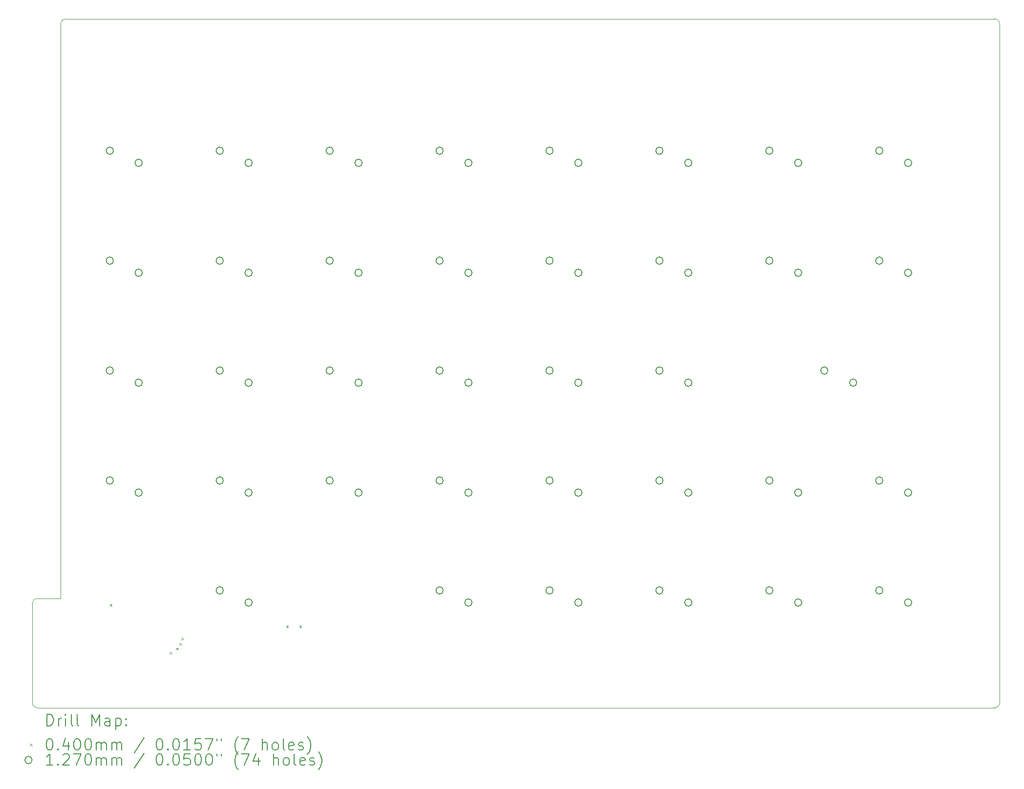
<source format=gbr>
%TF.GenerationSoftware,KiCad,Pcbnew,(6.0.10)*%
%TF.CreationDate,2023-02-02T17:50:39-08:00*%
%TF.ProjectId,netrazr_rev2-Right,6e657472-617a-4725-9f72-6576322d5269,2*%
%TF.SameCoordinates,Original*%
%TF.FileFunction,Drillmap*%
%TF.FilePolarity,Positive*%
%FSLAX45Y45*%
G04 Gerber Fmt 4.5, Leading zero omitted, Abs format (unit mm)*
G04 Created by KiCad (PCBNEW (6.0.10)) date 2023-02-02 17:50:39*
%MOMM*%
%LPD*%
G01*
G04 APERTURE LIST*
%ADD10C,0.050000*%
%ADD11C,0.200000*%
%ADD12C,0.040000*%
%ADD13C,0.127000*%
G04 APERTURE END LIST*
D10*
X21666200Y-15985700D02*
X22072600Y-15985700D01*
X38344000Y-6028900D02*
G75*
G03*
X38255100Y-5940000I-88900J0D01*
G01*
X38255100Y-17878000D02*
G75*
G03*
X38344000Y-17789100I0J88900D01*
G01*
X21666200Y-15985700D02*
G75*
G03*
X21577300Y-16074600I0J-88900D01*
G01*
X38344000Y-17789100D02*
X38344000Y-6028900D01*
X21577300Y-16074600D02*
X21580000Y-17789100D01*
X22072600Y-15985700D02*
X22072600Y-6028900D01*
X21668900Y-17878000D02*
X38255100Y-17878000D01*
X38255100Y-5940000D02*
X22161500Y-5940000D01*
X22161500Y-5940000D02*
G75*
G03*
X22072600Y-6028900I0J-88900D01*
G01*
X21580000Y-17789100D02*
G75*
G03*
X21668900Y-17878000I88900J0D01*
G01*
D11*
D12*
X22920000Y-16080000D02*
X22960000Y-16120000D01*
X22960000Y-16080000D02*
X22920000Y-16120000D01*
X23958248Y-16909605D02*
X23998248Y-16949605D01*
X23998248Y-16909605D02*
X23958248Y-16949605D01*
X24068562Y-16837950D02*
X24108562Y-16877950D01*
X24108562Y-16837950D02*
X24068562Y-16877950D01*
X24126067Y-16756200D02*
X24166067Y-16796200D01*
X24166067Y-16756200D02*
X24126067Y-16796200D01*
X24162618Y-16663172D02*
X24202618Y-16703172D01*
X24202618Y-16663172D02*
X24162618Y-16703172D01*
X25976450Y-16451900D02*
X26016450Y-16491900D01*
X26016450Y-16451900D02*
X25976450Y-16491900D01*
X26205500Y-16451900D02*
X26245500Y-16491900D01*
X26245500Y-16451900D02*
X26205500Y-16491900D01*
D13*
X22985000Y-8225000D02*
G75*
G03*
X22985000Y-8225000I-63500J0D01*
G01*
X22985000Y-10130000D02*
G75*
G03*
X22985000Y-10130000I-63500J0D01*
G01*
X22985000Y-12035000D02*
G75*
G03*
X22985000Y-12035000I-63500J0D01*
G01*
X22985000Y-13940000D02*
G75*
G03*
X22985000Y-13940000I-63500J0D01*
G01*
X23485000Y-8435000D02*
G75*
G03*
X23485000Y-8435000I-63500J0D01*
G01*
X23485000Y-10340000D02*
G75*
G03*
X23485000Y-10340000I-63500J0D01*
G01*
X23485000Y-12245000D02*
G75*
G03*
X23485000Y-12245000I-63500J0D01*
G01*
X23485000Y-14150000D02*
G75*
G03*
X23485000Y-14150000I-63500J0D01*
G01*
X24890000Y-8225000D02*
G75*
G03*
X24890000Y-8225000I-63500J0D01*
G01*
X24890000Y-10130000D02*
G75*
G03*
X24890000Y-10130000I-63500J0D01*
G01*
X24890000Y-12035000D02*
G75*
G03*
X24890000Y-12035000I-63500J0D01*
G01*
X24890000Y-13940000D02*
G75*
G03*
X24890000Y-13940000I-63500J0D01*
G01*
X24890000Y-15845000D02*
G75*
G03*
X24890000Y-15845000I-63500J0D01*
G01*
X25390000Y-8435000D02*
G75*
G03*
X25390000Y-8435000I-63500J0D01*
G01*
X25390000Y-10340000D02*
G75*
G03*
X25390000Y-10340000I-63500J0D01*
G01*
X25390000Y-12245000D02*
G75*
G03*
X25390000Y-12245000I-63500J0D01*
G01*
X25390000Y-14150000D02*
G75*
G03*
X25390000Y-14150000I-63500J0D01*
G01*
X25390000Y-16055000D02*
G75*
G03*
X25390000Y-16055000I-63500J0D01*
G01*
X26795000Y-8225000D02*
G75*
G03*
X26795000Y-8225000I-63500J0D01*
G01*
X26795000Y-10130000D02*
G75*
G03*
X26795000Y-10130000I-63500J0D01*
G01*
X26795000Y-12035000D02*
G75*
G03*
X26795000Y-12035000I-63500J0D01*
G01*
X26795000Y-13940000D02*
G75*
G03*
X26795000Y-13940000I-63500J0D01*
G01*
X27295000Y-8435000D02*
G75*
G03*
X27295000Y-8435000I-63500J0D01*
G01*
X27295000Y-10340000D02*
G75*
G03*
X27295000Y-10340000I-63500J0D01*
G01*
X27295000Y-12245000D02*
G75*
G03*
X27295000Y-12245000I-63500J0D01*
G01*
X27295000Y-14150000D02*
G75*
G03*
X27295000Y-14150000I-63500J0D01*
G01*
X28700000Y-8225000D02*
G75*
G03*
X28700000Y-8225000I-63500J0D01*
G01*
X28700000Y-10130000D02*
G75*
G03*
X28700000Y-10130000I-63500J0D01*
G01*
X28700000Y-12035000D02*
G75*
G03*
X28700000Y-12035000I-63500J0D01*
G01*
X28700000Y-13940000D02*
G75*
G03*
X28700000Y-13940000I-63500J0D01*
G01*
X28700000Y-15845000D02*
G75*
G03*
X28700000Y-15845000I-63500J0D01*
G01*
X29200000Y-8435000D02*
G75*
G03*
X29200000Y-8435000I-63500J0D01*
G01*
X29200000Y-10340000D02*
G75*
G03*
X29200000Y-10340000I-63500J0D01*
G01*
X29200000Y-12245000D02*
G75*
G03*
X29200000Y-12245000I-63500J0D01*
G01*
X29200000Y-14150000D02*
G75*
G03*
X29200000Y-14150000I-63500J0D01*
G01*
X29200000Y-16055000D02*
G75*
G03*
X29200000Y-16055000I-63500J0D01*
G01*
X30605000Y-8225000D02*
G75*
G03*
X30605000Y-8225000I-63500J0D01*
G01*
X30605000Y-10130000D02*
G75*
G03*
X30605000Y-10130000I-63500J0D01*
G01*
X30605000Y-12035000D02*
G75*
G03*
X30605000Y-12035000I-63500J0D01*
G01*
X30605000Y-13940000D02*
G75*
G03*
X30605000Y-13940000I-63500J0D01*
G01*
X30605000Y-15845000D02*
G75*
G03*
X30605000Y-15845000I-63500J0D01*
G01*
X31105000Y-8435000D02*
G75*
G03*
X31105000Y-8435000I-63500J0D01*
G01*
X31105000Y-10340000D02*
G75*
G03*
X31105000Y-10340000I-63500J0D01*
G01*
X31105000Y-12245000D02*
G75*
G03*
X31105000Y-12245000I-63500J0D01*
G01*
X31105000Y-14150000D02*
G75*
G03*
X31105000Y-14150000I-63500J0D01*
G01*
X31105000Y-16055000D02*
G75*
G03*
X31105000Y-16055000I-63500J0D01*
G01*
X32510000Y-8225000D02*
G75*
G03*
X32510000Y-8225000I-63500J0D01*
G01*
X32510000Y-10130000D02*
G75*
G03*
X32510000Y-10130000I-63500J0D01*
G01*
X32510000Y-12035000D02*
G75*
G03*
X32510000Y-12035000I-63500J0D01*
G01*
X32510000Y-13940000D02*
G75*
G03*
X32510000Y-13940000I-63500J0D01*
G01*
X32510000Y-15845000D02*
G75*
G03*
X32510000Y-15845000I-63500J0D01*
G01*
X33010000Y-8435000D02*
G75*
G03*
X33010000Y-8435000I-63500J0D01*
G01*
X33010000Y-10340000D02*
G75*
G03*
X33010000Y-10340000I-63500J0D01*
G01*
X33010000Y-12245000D02*
G75*
G03*
X33010000Y-12245000I-63500J0D01*
G01*
X33010000Y-14150000D02*
G75*
G03*
X33010000Y-14150000I-63500J0D01*
G01*
X33010000Y-16055000D02*
G75*
G03*
X33010000Y-16055000I-63500J0D01*
G01*
X34415000Y-8225000D02*
G75*
G03*
X34415000Y-8225000I-63500J0D01*
G01*
X34415000Y-10130000D02*
G75*
G03*
X34415000Y-10130000I-63500J0D01*
G01*
X34415000Y-13940000D02*
G75*
G03*
X34415000Y-13940000I-63500J0D01*
G01*
X34415000Y-15845000D02*
G75*
G03*
X34415000Y-15845000I-63500J0D01*
G01*
X34915000Y-8435000D02*
G75*
G03*
X34915000Y-8435000I-63500J0D01*
G01*
X34915000Y-10340000D02*
G75*
G03*
X34915000Y-10340000I-63500J0D01*
G01*
X34915000Y-14150000D02*
G75*
G03*
X34915000Y-14150000I-63500J0D01*
G01*
X34915000Y-16055000D02*
G75*
G03*
X34915000Y-16055000I-63500J0D01*
G01*
X35367500Y-12035000D02*
G75*
G03*
X35367500Y-12035000I-63500J0D01*
G01*
X35867500Y-12245000D02*
G75*
G03*
X35867500Y-12245000I-63500J0D01*
G01*
X36320000Y-8225000D02*
G75*
G03*
X36320000Y-8225000I-63500J0D01*
G01*
X36320000Y-10130000D02*
G75*
G03*
X36320000Y-10130000I-63500J0D01*
G01*
X36320000Y-13940000D02*
G75*
G03*
X36320000Y-13940000I-63500J0D01*
G01*
X36320000Y-15845000D02*
G75*
G03*
X36320000Y-15845000I-63500J0D01*
G01*
X36820000Y-8435000D02*
G75*
G03*
X36820000Y-8435000I-63500J0D01*
G01*
X36820000Y-10340000D02*
G75*
G03*
X36820000Y-10340000I-63500J0D01*
G01*
X36820000Y-14150000D02*
G75*
G03*
X36820000Y-14150000I-63500J0D01*
G01*
X36820000Y-16055000D02*
G75*
G03*
X36820000Y-16055000I-63500J0D01*
G01*
D11*
X21832419Y-18190976D02*
X21832419Y-17990976D01*
X21880038Y-17990976D01*
X21908610Y-18000500D01*
X21927657Y-18019548D01*
X21937181Y-18038595D01*
X21946705Y-18076690D01*
X21946705Y-18105262D01*
X21937181Y-18143357D01*
X21927657Y-18162405D01*
X21908610Y-18181452D01*
X21880038Y-18190976D01*
X21832419Y-18190976D01*
X22032419Y-18190976D02*
X22032419Y-18057643D01*
X22032419Y-18095738D02*
X22041943Y-18076690D01*
X22051467Y-18067167D01*
X22070514Y-18057643D01*
X22089562Y-18057643D01*
X22156229Y-18190976D02*
X22156229Y-18057643D01*
X22156229Y-17990976D02*
X22146705Y-18000500D01*
X22156229Y-18010024D01*
X22165752Y-18000500D01*
X22156229Y-17990976D01*
X22156229Y-18010024D01*
X22280038Y-18190976D02*
X22260990Y-18181452D01*
X22251467Y-18162405D01*
X22251467Y-17990976D01*
X22384800Y-18190976D02*
X22365752Y-18181452D01*
X22356229Y-18162405D01*
X22356229Y-17990976D01*
X22613371Y-18190976D02*
X22613371Y-17990976D01*
X22680038Y-18133833D01*
X22746705Y-17990976D01*
X22746705Y-18190976D01*
X22927657Y-18190976D02*
X22927657Y-18086214D01*
X22918133Y-18067167D01*
X22899086Y-18057643D01*
X22860990Y-18057643D01*
X22841943Y-18067167D01*
X22927657Y-18181452D02*
X22908609Y-18190976D01*
X22860990Y-18190976D01*
X22841943Y-18181452D01*
X22832419Y-18162405D01*
X22832419Y-18143357D01*
X22841943Y-18124310D01*
X22860990Y-18114786D01*
X22908609Y-18114786D01*
X22927657Y-18105262D01*
X23022895Y-18057643D02*
X23022895Y-18257643D01*
X23022895Y-18067167D02*
X23041943Y-18057643D01*
X23080038Y-18057643D01*
X23099086Y-18067167D01*
X23108609Y-18076690D01*
X23118133Y-18095738D01*
X23118133Y-18152881D01*
X23108609Y-18171929D01*
X23099086Y-18181452D01*
X23080038Y-18190976D01*
X23041943Y-18190976D01*
X23022895Y-18181452D01*
X23203848Y-18171929D02*
X23213371Y-18181452D01*
X23203848Y-18190976D01*
X23194324Y-18181452D01*
X23203848Y-18171929D01*
X23203848Y-18190976D01*
X23203848Y-18067167D02*
X23213371Y-18076690D01*
X23203848Y-18086214D01*
X23194324Y-18076690D01*
X23203848Y-18067167D01*
X23203848Y-18086214D01*
D12*
X21534800Y-18500500D02*
X21574800Y-18540500D01*
X21574800Y-18500500D02*
X21534800Y-18540500D01*
D11*
X21870514Y-18410976D02*
X21889562Y-18410976D01*
X21908610Y-18420500D01*
X21918133Y-18430024D01*
X21927657Y-18449071D01*
X21937181Y-18487167D01*
X21937181Y-18534786D01*
X21927657Y-18572881D01*
X21918133Y-18591929D01*
X21908610Y-18601452D01*
X21889562Y-18610976D01*
X21870514Y-18610976D01*
X21851467Y-18601452D01*
X21841943Y-18591929D01*
X21832419Y-18572881D01*
X21822895Y-18534786D01*
X21822895Y-18487167D01*
X21832419Y-18449071D01*
X21841943Y-18430024D01*
X21851467Y-18420500D01*
X21870514Y-18410976D01*
X22022895Y-18591929D02*
X22032419Y-18601452D01*
X22022895Y-18610976D01*
X22013371Y-18601452D01*
X22022895Y-18591929D01*
X22022895Y-18610976D01*
X22203848Y-18477643D02*
X22203848Y-18610976D01*
X22156229Y-18401452D02*
X22108610Y-18544310D01*
X22232419Y-18544310D01*
X22346705Y-18410976D02*
X22365752Y-18410976D01*
X22384800Y-18420500D01*
X22394324Y-18430024D01*
X22403848Y-18449071D01*
X22413371Y-18487167D01*
X22413371Y-18534786D01*
X22403848Y-18572881D01*
X22394324Y-18591929D01*
X22384800Y-18601452D01*
X22365752Y-18610976D01*
X22346705Y-18610976D01*
X22327657Y-18601452D01*
X22318133Y-18591929D01*
X22308610Y-18572881D01*
X22299086Y-18534786D01*
X22299086Y-18487167D01*
X22308610Y-18449071D01*
X22318133Y-18430024D01*
X22327657Y-18420500D01*
X22346705Y-18410976D01*
X22537181Y-18410976D02*
X22556228Y-18410976D01*
X22575276Y-18420500D01*
X22584800Y-18430024D01*
X22594324Y-18449071D01*
X22603848Y-18487167D01*
X22603848Y-18534786D01*
X22594324Y-18572881D01*
X22584800Y-18591929D01*
X22575276Y-18601452D01*
X22556228Y-18610976D01*
X22537181Y-18610976D01*
X22518133Y-18601452D01*
X22508609Y-18591929D01*
X22499086Y-18572881D01*
X22489562Y-18534786D01*
X22489562Y-18487167D01*
X22499086Y-18449071D01*
X22508609Y-18430024D01*
X22518133Y-18420500D01*
X22537181Y-18410976D01*
X22689562Y-18610976D02*
X22689562Y-18477643D01*
X22689562Y-18496690D02*
X22699086Y-18487167D01*
X22718133Y-18477643D01*
X22746705Y-18477643D01*
X22765752Y-18487167D01*
X22775276Y-18506214D01*
X22775276Y-18610976D01*
X22775276Y-18506214D02*
X22784800Y-18487167D01*
X22803848Y-18477643D01*
X22832419Y-18477643D01*
X22851467Y-18487167D01*
X22860990Y-18506214D01*
X22860990Y-18610976D01*
X22956228Y-18610976D02*
X22956228Y-18477643D01*
X22956228Y-18496690D02*
X22965752Y-18487167D01*
X22984800Y-18477643D01*
X23013371Y-18477643D01*
X23032419Y-18487167D01*
X23041943Y-18506214D01*
X23041943Y-18610976D01*
X23041943Y-18506214D02*
X23051467Y-18487167D01*
X23070514Y-18477643D01*
X23099086Y-18477643D01*
X23118133Y-18487167D01*
X23127657Y-18506214D01*
X23127657Y-18610976D01*
X23518133Y-18401452D02*
X23346705Y-18658595D01*
X23775276Y-18410976D02*
X23794324Y-18410976D01*
X23813371Y-18420500D01*
X23822895Y-18430024D01*
X23832419Y-18449071D01*
X23841943Y-18487167D01*
X23841943Y-18534786D01*
X23832419Y-18572881D01*
X23822895Y-18591929D01*
X23813371Y-18601452D01*
X23794324Y-18610976D01*
X23775276Y-18610976D01*
X23756228Y-18601452D01*
X23746705Y-18591929D01*
X23737181Y-18572881D01*
X23727657Y-18534786D01*
X23727657Y-18487167D01*
X23737181Y-18449071D01*
X23746705Y-18430024D01*
X23756228Y-18420500D01*
X23775276Y-18410976D01*
X23927657Y-18591929D02*
X23937181Y-18601452D01*
X23927657Y-18610976D01*
X23918133Y-18601452D01*
X23927657Y-18591929D01*
X23927657Y-18610976D01*
X24060990Y-18410976D02*
X24080038Y-18410976D01*
X24099086Y-18420500D01*
X24108609Y-18430024D01*
X24118133Y-18449071D01*
X24127657Y-18487167D01*
X24127657Y-18534786D01*
X24118133Y-18572881D01*
X24108609Y-18591929D01*
X24099086Y-18601452D01*
X24080038Y-18610976D01*
X24060990Y-18610976D01*
X24041943Y-18601452D01*
X24032419Y-18591929D01*
X24022895Y-18572881D01*
X24013371Y-18534786D01*
X24013371Y-18487167D01*
X24022895Y-18449071D01*
X24032419Y-18430024D01*
X24041943Y-18420500D01*
X24060990Y-18410976D01*
X24318133Y-18610976D02*
X24203848Y-18610976D01*
X24260990Y-18610976D02*
X24260990Y-18410976D01*
X24241943Y-18439548D01*
X24222895Y-18458595D01*
X24203848Y-18468119D01*
X24499086Y-18410976D02*
X24403848Y-18410976D01*
X24394324Y-18506214D01*
X24403848Y-18496690D01*
X24422895Y-18487167D01*
X24470514Y-18487167D01*
X24489562Y-18496690D01*
X24499086Y-18506214D01*
X24508609Y-18525262D01*
X24508609Y-18572881D01*
X24499086Y-18591929D01*
X24489562Y-18601452D01*
X24470514Y-18610976D01*
X24422895Y-18610976D01*
X24403848Y-18601452D01*
X24394324Y-18591929D01*
X24575276Y-18410976D02*
X24708609Y-18410976D01*
X24622895Y-18610976D01*
X24775276Y-18410976D02*
X24775276Y-18449071D01*
X24851467Y-18410976D02*
X24851467Y-18449071D01*
X25146705Y-18687167D02*
X25137181Y-18677643D01*
X25118133Y-18649071D01*
X25108609Y-18630024D01*
X25099086Y-18601452D01*
X25089562Y-18553833D01*
X25089562Y-18515738D01*
X25099086Y-18468119D01*
X25108609Y-18439548D01*
X25118133Y-18420500D01*
X25137181Y-18391929D01*
X25146705Y-18382405D01*
X25203848Y-18410976D02*
X25337181Y-18410976D01*
X25251467Y-18610976D01*
X25565752Y-18610976D02*
X25565752Y-18410976D01*
X25651467Y-18610976D02*
X25651467Y-18506214D01*
X25641943Y-18487167D01*
X25622895Y-18477643D01*
X25594324Y-18477643D01*
X25575276Y-18487167D01*
X25565752Y-18496690D01*
X25775276Y-18610976D02*
X25756228Y-18601452D01*
X25746705Y-18591929D01*
X25737181Y-18572881D01*
X25737181Y-18515738D01*
X25746705Y-18496690D01*
X25756228Y-18487167D01*
X25775276Y-18477643D01*
X25803848Y-18477643D01*
X25822895Y-18487167D01*
X25832419Y-18496690D01*
X25841943Y-18515738D01*
X25841943Y-18572881D01*
X25832419Y-18591929D01*
X25822895Y-18601452D01*
X25803848Y-18610976D01*
X25775276Y-18610976D01*
X25956228Y-18610976D02*
X25937181Y-18601452D01*
X25927657Y-18582405D01*
X25927657Y-18410976D01*
X26108609Y-18601452D02*
X26089562Y-18610976D01*
X26051467Y-18610976D01*
X26032419Y-18601452D01*
X26022895Y-18582405D01*
X26022895Y-18506214D01*
X26032419Y-18487167D01*
X26051467Y-18477643D01*
X26089562Y-18477643D01*
X26108609Y-18487167D01*
X26118133Y-18506214D01*
X26118133Y-18525262D01*
X26022895Y-18544310D01*
X26194324Y-18601452D02*
X26213371Y-18610976D01*
X26251467Y-18610976D01*
X26270514Y-18601452D01*
X26280038Y-18582405D01*
X26280038Y-18572881D01*
X26270514Y-18553833D01*
X26251467Y-18544310D01*
X26222895Y-18544310D01*
X26203848Y-18534786D01*
X26194324Y-18515738D01*
X26194324Y-18506214D01*
X26203848Y-18487167D01*
X26222895Y-18477643D01*
X26251467Y-18477643D01*
X26270514Y-18487167D01*
X26346705Y-18687167D02*
X26356228Y-18677643D01*
X26375276Y-18649071D01*
X26384800Y-18630024D01*
X26394324Y-18601452D01*
X26403848Y-18553833D01*
X26403848Y-18515738D01*
X26394324Y-18468119D01*
X26384800Y-18439548D01*
X26375276Y-18420500D01*
X26356228Y-18391929D01*
X26346705Y-18382405D01*
D13*
X21574800Y-18784500D02*
G75*
G03*
X21574800Y-18784500I-63500J0D01*
G01*
D11*
X21937181Y-18874976D02*
X21822895Y-18874976D01*
X21880038Y-18874976D02*
X21880038Y-18674976D01*
X21860990Y-18703548D01*
X21841943Y-18722595D01*
X21822895Y-18732119D01*
X22022895Y-18855929D02*
X22032419Y-18865452D01*
X22022895Y-18874976D01*
X22013371Y-18865452D01*
X22022895Y-18855929D01*
X22022895Y-18874976D01*
X22108610Y-18694024D02*
X22118133Y-18684500D01*
X22137181Y-18674976D01*
X22184800Y-18674976D01*
X22203848Y-18684500D01*
X22213371Y-18694024D01*
X22222895Y-18713071D01*
X22222895Y-18732119D01*
X22213371Y-18760690D01*
X22099086Y-18874976D01*
X22222895Y-18874976D01*
X22289562Y-18674976D02*
X22422895Y-18674976D01*
X22337181Y-18874976D01*
X22537181Y-18674976D02*
X22556228Y-18674976D01*
X22575276Y-18684500D01*
X22584800Y-18694024D01*
X22594324Y-18713071D01*
X22603848Y-18751167D01*
X22603848Y-18798786D01*
X22594324Y-18836881D01*
X22584800Y-18855929D01*
X22575276Y-18865452D01*
X22556228Y-18874976D01*
X22537181Y-18874976D01*
X22518133Y-18865452D01*
X22508609Y-18855929D01*
X22499086Y-18836881D01*
X22489562Y-18798786D01*
X22489562Y-18751167D01*
X22499086Y-18713071D01*
X22508609Y-18694024D01*
X22518133Y-18684500D01*
X22537181Y-18674976D01*
X22689562Y-18874976D02*
X22689562Y-18741643D01*
X22689562Y-18760690D02*
X22699086Y-18751167D01*
X22718133Y-18741643D01*
X22746705Y-18741643D01*
X22765752Y-18751167D01*
X22775276Y-18770214D01*
X22775276Y-18874976D01*
X22775276Y-18770214D02*
X22784800Y-18751167D01*
X22803848Y-18741643D01*
X22832419Y-18741643D01*
X22851467Y-18751167D01*
X22860990Y-18770214D01*
X22860990Y-18874976D01*
X22956228Y-18874976D02*
X22956228Y-18741643D01*
X22956228Y-18760690D02*
X22965752Y-18751167D01*
X22984800Y-18741643D01*
X23013371Y-18741643D01*
X23032419Y-18751167D01*
X23041943Y-18770214D01*
X23041943Y-18874976D01*
X23041943Y-18770214D02*
X23051467Y-18751167D01*
X23070514Y-18741643D01*
X23099086Y-18741643D01*
X23118133Y-18751167D01*
X23127657Y-18770214D01*
X23127657Y-18874976D01*
X23518133Y-18665452D02*
X23346705Y-18922595D01*
X23775276Y-18674976D02*
X23794324Y-18674976D01*
X23813371Y-18684500D01*
X23822895Y-18694024D01*
X23832419Y-18713071D01*
X23841943Y-18751167D01*
X23841943Y-18798786D01*
X23832419Y-18836881D01*
X23822895Y-18855929D01*
X23813371Y-18865452D01*
X23794324Y-18874976D01*
X23775276Y-18874976D01*
X23756228Y-18865452D01*
X23746705Y-18855929D01*
X23737181Y-18836881D01*
X23727657Y-18798786D01*
X23727657Y-18751167D01*
X23737181Y-18713071D01*
X23746705Y-18694024D01*
X23756228Y-18684500D01*
X23775276Y-18674976D01*
X23927657Y-18855929D02*
X23937181Y-18865452D01*
X23927657Y-18874976D01*
X23918133Y-18865452D01*
X23927657Y-18855929D01*
X23927657Y-18874976D01*
X24060990Y-18674976D02*
X24080038Y-18674976D01*
X24099086Y-18684500D01*
X24108609Y-18694024D01*
X24118133Y-18713071D01*
X24127657Y-18751167D01*
X24127657Y-18798786D01*
X24118133Y-18836881D01*
X24108609Y-18855929D01*
X24099086Y-18865452D01*
X24080038Y-18874976D01*
X24060990Y-18874976D01*
X24041943Y-18865452D01*
X24032419Y-18855929D01*
X24022895Y-18836881D01*
X24013371Y-18798786D01*
X24013371Y-18751167D01*
X24022895Y-18713071D01*
X24032419Y-18694024D01*
X24041943Y-18684500D01*
X24060990Y-18674976D01*
X24308609Y-18674976D02*
X24213371Y-18674976D01*
X24203848Y-18770214D01*
X24213371Y-18760690D01*
X24232419Y-18751167D01*
X24280038Y-18751167D01*
X24299086Y-18760690D01*
X24308609Y-18770214D01*
X24318133Y-18789262D01*
X24318133Y-18836881D01*
X24308609Y-18855929D01*
X24299086Y-18865452D01*
X24280038Y-18874976D01*
X24232419Y-18874976D01*
X24213371Y-18865452D01*
X24203848Y-18855929D01*
X24441943Y-18674976D02*
X24460990Y-18674976D01*
X24480038Y-18684500D01*
X24489562Y-18694024D01*
X24499086Y-18713071D01*
X24508609Y-18751167D01*
X24508609Y-18798786D01*
X24499086Y-18836881D01*
X24489562Y-18855929D01*
X24480038Y-18865452D01*
X24460990Y-18874976D01*
X24441943Y-18874976D01*
X24422895Y-18865452D01*
X24413371Y-18855929D01*
X24403848Y-18836881D01*
X24394324Y-18798786D01*
X24394324Y-18751167D01*
X24403848Y-18713071D01*
X24413371Y-18694024D01*
X24422895Y-18684500D01*
X24441943Y-18674976D01*
X24632419Y-18674976D02*
X24651467Y-18674976D01*
X24670514Y-18684500D01*
X24680038Y-18694024D01*
X24689562Y-18713071D01*
X24699086Y-18751167D01*
X24699086Y-18798786D01*
X24689562Y-18836881D01*
X24680038Y-18855929D01*
X24670514Y-18865452D01*
X24651467Y-18874976D01*
X24632419Y-18874976D01*
X24613371Y-18865452D01*
X24603848Y-18855929D01*
X24594324Y-18836881D01*
X24584800Y-18798786D01*
X24584800Y-18751167D01*
X24594324Y-18713071D01*
X24603848Y-18694024D01*
X24613371Y-18684500D01*
X24632419Y-18674976D01*
X24775276Y-18674976D02*
X24775276Y-18713071D01*
X24851467Y-18674976D02*
X24851467Y-18713071D01*
X25146705Y-18951167D02*
X25137181Y-18941643D01*
X25118133Y-18913071D01*
X25108609Y-18894024D01*
X25099086Y-18865452D01*
X25089562Y-18817833D01*
X25089562Y-18779738D01*
X25099086Y-18732119D01*
X25108609Y-18703548D01*
X25118133Y-18684500D01*
X25137181Y-18655929D01*
X25146705Y-18646405D01*
X25203848Y-18674976D02*
X25337181Y-18674976D01*
X25251467Y-18874976D01*
X25499086Y-18741643D02*
X25499086Y-18874976D01*
X25451467Y-18665452D02*
X25403848Y-18808310D01*
X25527657Y-18808310D01*
X25756228Y-18874976D02*
X25756228Y-18674976D01*
X25841943Y-18874976D02*
X25841943Y-18770214D01*
X25832419Y-18751167D01*
X25813371Y-18741643D01*
X25784800Y-18741643D01*
X25765752Y-18751167D01*
X25756228Y-18760690D01*
X25965752Y-18874976D02*
X25946705Y-18865452D01*
X25937181Y-18855929D01*
X25927657Y-18836881D01*
X25927657Y-18779738D01*
X25937181Y-18760690D01*
X25946705Y-18751167D01*
X25965752Y-18741643D01*
X25994324Y-18741643D01*
X26013371Y-18751167D01*
X26022895Y-18760690D01*
X26032419Y-18779738D01*
X26032419Y-18836881D01*
X26022895Y-18855929D01*
X26013371Y-18865452D01*
X25994324Y-18874976D01*
X25965752Y-18874976D01*
X26146705Y-18874976D02*
X26127657Y-18865452D01*
X26118133Y-18846405D01*
X26118133Y-18674976D01*
X26299086Y-18865452D02*
X26280038Y-18874976D01*
X26241943Y-18874976D01*
X26222895Y-18865452D01*
X26213371Y-18846405D01*
X26213371Y-18770214D01*
X26222895Y-18751167D01*
X26241943Y-18741643D01*
X26280038Y-18741643D01*
X26299086Y-18751167D01*
X26308609Y-18770214D01*
X26308609Y-18789262D01*
X26213371Y-18808310D01*
X26384800Y-18865452D02*
X26403848Y-18874976D01*
X26441943Y-18874976D01*
X26460990Y-18865452D01*
X26470514Y-18846405D01*
X26470514Y-18836881D01*
X26460990Y-18817833D01*
X26441943Y-18808310D01*
X26413371Y-18808310D01*
X26394324Y-18798786D01*
X26384800Y-18779738D01*
X26384800Y-18770214D01*
X26394324Y-18751167D01*
X26413371Y-18741643D01*
X26441943Y-18741643D01*
X26460990Y-18751167D01*
X26537181Y-18951167D02*
X26546705Y-18941643D01*
X26565752Y-18913071D01*
X26575276Y-18894024D01*
X26584800Y-18865452D01*
X26594324Y-18817833D01*
X26594324Y-18779738D01*
X26584800Y-18732119D01*
X26575276Y-18703548D01*
X26565752Y-18684500D01*
X26546705Y-18655929D01*
X26537181Y-18646405D01*
M02*

</source>
